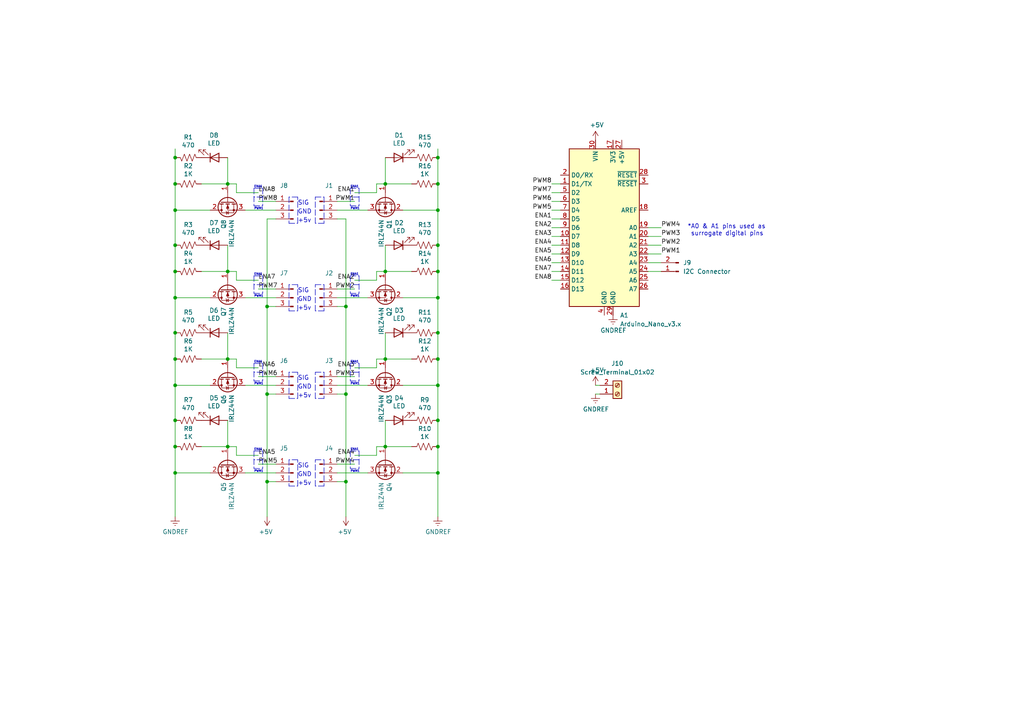
<source format=kicad_sch>
(kicad_sch (version 20211123) (generator eeschema)
  (paper "A4")
  (lib_symbols
    (symbol "Connector:Conn_01x02_Male" (pin_names (offset 1.016) hide)
      (property "Reference" "J" (at 0 2.54 0))
      (property "Value" "Conn_01x02_Male" (at 0 -5.08 0))
      (symbol "Conn_01x02_Male_1_1"
        (polyline (pts (xy 1.27 -2.54) (xy 0.8636 -2.54)) (stroke (width 0.1524)))
        (polyline (pts (xy 1.27 0) (xy 0.8636 0)) (stroke (width 0.1524)))
        (rectangle (start 0.8636 -2.413) (end 0 -2.667) (stroke (width 0.1524)) (fill (type outline)))
        (rectangle (start 0.8636 0.127) (end 0 -0.127) (stroke (width 0.1524)) (fill (type outline)))
        (pin passive line (at 5.08 0 180) (length 3.81) (name "Pin_1") (number "1"))
        (pin passive line (at 5.08 -2.54 180) (length 3.81) (name "Pin_2") (number "2"))
      )
    )
    (symbol "Connector:Conn_01x03_Male" (pin_names (offset 1.016) hide)
      (property "Reference" "J" (at 0 5.08 0))
      (property "Value" "Conn_01x03_Male" (at 0 -5.08 0))
      (symbol "Conn_01x03_Male_1_1"
        (polyline (pts (xy 1.27 -2.54) (xy 0.8636 -2.54)) (stroke (width 0.1524)))
        (polyline (pts (xy 1.27 0) (xy 0.8636 0)) (stroke (width 0.1524)))
        (polyline (pts (xy 1.27 2.54) (xy 0.8636 2.54)) (stroke (width 0.1524)))
        (rectangle (start 0.8636 -2.413) (end 0 -2.667) (stroke (width 0.1524)) (fill (type outline)))
        (rectangle (start 0.8636 0.127) (end 0 -0.127) (stroke (width 0.1524)) (fill (type outline)))
        (rectangle (start 0.8636 2.667) (end 0 2.413) (stroke (width 0.1524)) (fill (type outline)))
        (pin passive line (at 5.08 2.54 180) (length 3.81) (name "Pin_1") (number "1"))
        (pin passive line (at 5.08 0 180) (length 3.81) (name "Pin_2") (number "2"))
        (pin passive line (at 5.08 -2.54 180) (length 3.81) (name "Pin_3") (number "3"))
      )
    )
    (symbol "Connector:Screw_Terminal_01x02" (pin_names (offset 1.016) hide)
      (property "Reference" "J" (at 0 2.54 0))
      (property "Value" "Screw_Terminal_01x02" (at 0 -5.08 0))
      (symbol "Screw_Terminal_01x02_1_1"
        (rectangle (start -1.27 1.27) (end 1.27 -3.81) (stroke (width 0.254)) (fill (type background)))
        (circle (center 0 -2.54) (radius 0.635) (stroke (width 0.1524)))
        (polyline (pts (xy -0.5334 -2.2098) (xy 0.3302 -3.048)) (stroke (width 0.1524)))
        (polyline (pts (xy -0.5334 0.3302) (xy 0.3302 -0.508)) (stroke (width 0.1524)))
        (polyline (pts (xy -0.3556 -2.032) (xy 0.508 -2.8702)) (stroke (width 0.1524)))
        (polyline (pts (xy -0.3556 0.508) (xy 0.508 -0.3302)) (stroke (width 0.1524)))
        (circle (center 0 0) (radius 0.635) (stroke (width 0.1524)))
        (pin passive line (at -5.08 0 0) (length 3.81) (name "Pin_1") (number "1"))
        (pin passive line (at -5.08 -2.54 0) (length 3.81) (name "Pin_2") (number "2"))
      )
    )
    (symbol "Device:LED" (pin_numbers hide) (pin_names (offset 1.016) hide)
      (property "Reference" "D" (at 0 2.54 0))
      (property "Value" "LED" (at 0 -2.54 0))
      (symbol "LED_0_1"
        (polyline (pts (xy -1.27 -1.27) (xy -1.27 1.27)) (stroke (width 0.254)))
        (polyline (pts (xy -1.27 0) (xy 1.27 0)))
        (polyline (pts (xy 1.27 -1.27) (xy 1.27 1.27) (xy -1.27 0) (xy 1.27 -1.27)) (stroke (width 0.254)))
        (polyline (pts (xy -3.048 -0.762) (xy -4.572 -2.286) (xy -3.81 -2.286) (xy -4.572 -2.286) (xy -4.572 -1.524)))
        (polyline (pts (xy -1.778 -0.762) (xy -3.302 -2.286) (xy -2.54 -2.286) (xy -3.302 -2.286) (xy -3.302 -1.524)))
      )
      (symbol "LED_1_1"
        (pin passive line (at -3.81 0 0) (length 2.54) (name "K") (number "1"))
        (pin passive line (at 3.81 0 180) (length 2.54) (name "A") (number "2"))
      )
    )
    (symbol "Device:R_US" (pin_numbers hide) (pin_names (offset 0))
      (property "Reference" "R" (at 2.54 0 90))
      (property "Value" "R_US" (at -2.54 0 90))
      (symbol "R_US_0_1"
        (polyline (pts (xy 0 -2.286) (xy 0 -2.54)))
        (polyline (pts (xy 0 2.286) (xy 0 2.54)))
        (polyline (pts (xy 0 -0.762) (xy 1.016 -1.143) (xy 0 -1.524) (xy -1.016 -1.905) (xy 0 -2.286)))
        (polyline (pts (xy 0 0.762) (xy 1.016 0.381) (xy 0 0) (xy -1.016 -0.381) (xy 0 -0.762)))
        (polyline (pts (xy 0 2.286) (xy 1.016 1.905) (xy 0 1.524) (xy -1.016 1.143) (xy 0 0.762)))
      )
      (symbol "R_US_1_1"
        (pin passive line (at 0 3.81 270) (length 1.27) (name "~") (number "1"))
        (pin passive line (at 0 -3.81 90) (length 1.27) (name "~") (number "2"))
      )
    )
    (symbol "MCU_Module:Arduino_Nano_v3.x"
      (property "Reference" "A" (at -10.16 23.495 0))
      (property "Value" "Arduino_Nano_v3.x" (at 5.08 -24.13 0))
      (symbol "Arduino_Nano_v3.x_0_1"
        (rectangle (start -10.16 22.86) (end 10.16 -22.86) (stroke (width 0.254)) (fill (type background)))
      )
      (symbol "Arduino_Nano_v3.x_1_1"
        (pin bidirectional line (at -12.7 12.7 0) (length 2.54) (name "D1/TX") (number "1"))
        (pin bidirectional line (at -12.7 -2.54 0) (length 2.54) (name "D7") (number "10"))
        (pin bidirectional line (at -12.7 -5.08 0) (length 2.54) (name "D8") (number "11"))
        (pin bidirectional line (at -12.7 -7.62 0) (length 2.54) (name "D9") (number "12"))
        (pin bidirectional line (at -12.7 -10.16 0) (length 2.54) (name "D10") (number "13"))
        (pin bidirectional line (at -12.7 -12.7 0) (length 2.54) (name "D11") (number "14"))
        (pin bidirectional line (at -12.7 -15.24 0) (length 2.54) (name "D12") (number "15"))
        (pin bidirectional line (at -12.7 -17.78 0) (length 2.54) (name "D13") (number "16"))
        (pin power_out line (at 2.54 25.4 270) (length 2.54) (name "3V3") (number "17"))
        (pin input line (at 12.7 5.08 180) (length 2.54) (name "AREF") (number "18"))
        (pin bidirectional line (at 12.7 0 180) (length 2.54) (name "A0") (number "19"))
        (pin bidirectional line (at -12.7 15.24 0) (length 2.54) (name "D0/RX") (number "2"))
        (pin bidirectional line (at 12.7 -2.54 180) (length 2.54) (name "A1") (number "20"))
        (pin bidirectional line (at 12.7 -5.08 180) (length 2.54) (name "A2") (number "21"))
        (pin bidirectional line (at 12.7 -7.62 180) (length 2.54) (name "A3") (number "22"))
        (pin bidirectional line (at 12.7 -10.16 180) (length 2.54) (name "A4") (number "23"))
        (pin bidirectional line (at 12.7 -12.7 180) (length 2.54) (name "A5") (number "24"))
        (pin bidirectional line (at 12.7 -15.24 180) (length 2.54) (name "A6") (number "25"))
        (pin bidirectional line (at 12.7 -17.78 180) (length 2.54) (name "A7") (number "26"))
        (pin power_out line (at 5.08 25.4 270) (length 2.54) (name "+5V") (number "27"))
        (pin input line (at 12.7 15.24 180) (length 2.54) (name "~{RESET}") (number "28"))
        (pin power_in line (at 2.54 -25.4 90) (length 2.54) (name "GND") (number "29"))
        (pin input line (at 12.7 12.7 180) (length 2.54) (name "~{RESET}") (number "3"))
        (pin power_in line (at -2.54 25.4 270) (length 2.54) (name "VIN") (number "30"))
        (pin power_in line (at 0 -25.4 90) (length 2.54) (name "GND") (number "4"))
        (pin bidirectional line (at -12.7 10.16 0) (length 2.54) (name "D2") (number "5"))
        (pin bidirectional line (at -12.7 7.62 0) (length 2.54) (name "D3") (number "6"))
        (pin bidirectional line (at -12.7 5.08 0) (length 2.54) (name "D4") (number "7"))
        (pin bidirectional line (at -12.7 2.54 0) (length 2.54) (name "D5") (number "8"))
        (pin bidirectional line (at -12.7 0 0) (length 2.54) (name "D6") (number "9"))
      )
    )
    (symbol "Transistor_FET:IRLZ44N" (pin_names hide)
      (property "Reference" "Q" (at 6.35 1.905 0))
      (property "Value" "IRLZ44N" (at 6.35 0 0))
      (symbol "IRLZ44N_0_1"
        (polyline (pts (xy 0.254 0) (xy -2.54 0)))
        (polyline (pts (xy 0.254 1.905) (xy 0.254 -1.905)) (stroke (width 0.254)))
        (polyline (pts (xy 0.762 -1.27) (xy 0.762 -2.286)) (stroke (width 0.254)))
        (polyline (pts (xy 0.762 0.508) (xy 0.762 -0.508)) (stroke (width 0.254)))
        (polyline (pts (xy 0.762 2.286) (xy 0.762 1.27)) (stroke (width 0.254)))
        (polyline (pts (xy 2.54 2.54) (xy 2.54 1.778)))
        (polyline (pts (xy 2.54 -2.54) (xy 2.54 0) (xy 0.762 0)))
        (polyline (pts (xy 0.762 -1.778) (xy 3.302 -1.778) (xy 3.302 1.778) (xy 0.762 1.778)))
        (polyline (pts (xy 1.016 0) (xy 2.032 0.381) (xy 2.032 -0.381) (xy 1.016 0)) (fill (type outline)))
        (polyline (pts (xy 2.794 0.508) (xy 2.921 0.381) (xy 3.683 0.381) (xy 3.81 0.254)))
        (polyline (pts (xy 3.302 0.381) (xy 2.921 -0.254) (xy 3.683 -0.254) (xy 3.302 0.381)))
        (circle (center 1.651 0) (radius 2.794) (stroke (width 0.254)))
        (circle (center 2.54 -1.778) (radius 0.254) (fill (type outline)))
        (circle (center 2.54 1.778) (radius 0.254) (fill (type outline)))
      )
      (symbol "IRLZ44N_1_1"
        (pin input line (at -5.08 0 0) (length 2.54) (name "G") (number "1"))
        (pin passive line (at 2.54 5.08 270) (length 2.54) (name "D") (number "2"))
        (pin passive line (at 2.54 -5.08 90) (length 2.54) (name "S") (number "3"))
      )
    )
    (symbol "power:+5V" (power) (pin_names (offset 0))
      (property "Value" "+5V" (at 0 3.556 0))
      (symbol "+5V_0_1"
        (polyline (pts (xy -0.762 1.27) (xy 0 2.54)))
        (polyline (pts (xy 0 0) (xy 0 2.54)))
        (polyline (pts (xy 0 2.54) (xy 0.762 1.27)))
      )
      (symbol "+5V_1_1"
        (pin power_in line (at 0 0 90) (length 0) hide (name "+5V") (number "1"))
      )
    )
    (symbol "power:GNDREF" (power) (pin_names (offset 0))
      (property "Value" "GNDREF" (at 0 -3.81 0))
      (symbol "GNDREF_0_1"
        (polyline (pts (xy -0.635 -1.905) (xy 0.635 -1.905)))
        (polyline (pts (xy -0.127 -2.54) (xy 0.127 -2.54)))
        (polyline (pts (xy 0 -1.27) (xy 0 0)))
        (polyline (pts (xy 1.27 -1.27) (xy -1.27 -1.27)))
      )
      (symbol "GNDREF_1_1"
        (pin power_in line (at 0 0 270) (length 0) hide (name "GNDREF") (number "1"))
      )
    )
  )
  (junction (at 50.8 45.72))
  (junction (at 127 104.14))
  (junction (at 127 53.34))
  (junction (at 50.8 86.36))
  (junction (at 50.8 60.96))
  (junction (at 66.04 104.14))
  (junction (at 66.04 78.74))
  (junction (at 127 78.74))
  (junction (at 127 121.92))
  (junction (at 127 86.36))
  (junction (at 50.8 137.16))
  (junction (at 66.04 53.34))
  (junction (at 127 111.76))
  (junction (at 50.8 96.52))
  (junction (at 66.04 129.54))
  (junction (at 127 45.72))
  (junction (at 111.76 53.34))
  (junction (at 77.47 114.3))
  (junction (at 111.76 104.14))
  (junction (at 127 71.12))
  (junction (at 50.8 129.54))
  (junction (at 50.8 111.76))
  (junction (at 77.47 139.7))
  (junction (at 127 129.54))
  (junction (at 100.33 114.3))
  (junction (at 50.8 53.34))
  (junction (at 127 137.16))
  (junction (at 111.76 78.74))
  (junction (at 50.8 104.14))
  (junction (at 111.76 129.54))
  (junction (at 100.33 88.9))
  (junction (at 50.8 71.12))
  (junction (at 100.33 139.7))
  (junction (at 127 60.96))
  (junction (at 77.47 88.9))
  (junction (at 50.8 78.74))
  (junction (at 127 96.52))
  (junction (at 50.8 121.92))
  (wire (pts (xy 97.79 86.36) (xy 106.68 86.36)))
  (wire (pts (xy 100.33 63.5) (xy 100.33 88.9)))
  (polyline (pts (xy 104.14 82.55) (xy 101.6 82.55)))
  (wire (pts (xy 68.58 55.88) (xy 74.93 55.88)))
  (polyline (pts (xy 104.14 57.15) (xy 101.6 57.15)))
  (wire (pts (xy 80.01 109.22) (xy 74.93 109.22)))
  (wire (pts (xy 50.8 60.96) (xy 50.8 71.12)))
  (wire (pts (xy 160.02 78.74) (xy 162.56 78.74)))
  (wire (pts (xy 191.77 73.66) (xy 187.96 73.66)))
  (wire (pts (xy 119.38 53.34) (xy 111.76 53.34)))
  (wire (pts (xy 127 78.74) (xy 127 86.36)))
  (wire (pts (xy 102.87 55.88) (xy 109.22 55.88)))
  (polyline (pts (xy 91.44 82.55) (xy 93.98 82.55)))
  (wire (pts (xy 119.38 104.14) (xy 111.76 104.14)))
  (polyline (pts (xy 91.44 115.57) (xy 91.44 107.95)))
  (wire (pts (xy 80.01 88.9) (xy 77.47 88.9)))
  (wire (pts (xy 127 45.72) (xy 127 53.34)))
  (wire (pts (xy 97.79 83.82) (xy 102.87 83.82)))
  (wire (pts (xy 160.02 63.5) (xy 162.56 63.5)))
  (wire (pts (xy 50.8 86.36) (xy 50.8 96.52)))
  (polyline (pts (xy 104.14 105.41) (xy 104.14 110.49)))
  (wire (pts (xy 109.22 132.08) (xy 109.22 129.54)))
  (wire (pts (xy 50.8 111.76) (xy 50.8 121.92)))
  (polyline (pts (xy 104.14 133.35) (xy 101.6 133.35)))
  (wire (pts (xy 80.01 139.7) (xy 77.47 139.7)))
  (polyline (pts (xy 91.44 133.35) (xy 93.98 133.35)))
  (wire (pts (xy 172.72 111.76) (xy 173.99 111.76)))
  (wire (pts (xy 77.47 114.3) (xy 77.47 139.7)))
  (polyline (pts (xy 76.2 133.35) (xy 73.66 133.35)))
  (wire (pts (xy 60.96 111.76) (xy 50.8 111.76)))
  (polyline (pts (xy 73.66 54.61) (xy 73.66 59.69)))
  (wire (pts (xy 60.96 137.16) (xy 50.8 137.16)))
  (polyline (pts (xy 73.66 54.61) (xy 76.2 54.61)))
  (polyline (pts (xy 101.6 105.41) (xy 104.14 105.41)))
  (wire (pts (xy 191.77 78.74) (xy 187.96 78.74)))
  (polyline (pts (xy 93.98 64.77) (xy 91.44 64.77)))
  (wire (pts (xy 71.12 111.76) (xy 80.01 111.76)))
  (wire (pts (xy 160.02 81.28) (xy 162.56 81.28)))
  (polyline (pts (xy 101.6 130.81) (xy 101.6 135.89)))
  (wire (pts (xy 50.8 53.34) (xy 50.8 60.96)))
  (wire (pts (xy 102.87 106.68) (xy 109.22 106.68)))
  (wire (pts (xy 97.79 134.62) (xy 102.87 134.62)))
  (polyline (pts (xy 83.82 57.15) (xy 83.82 64.77)))
  (wire (pts (xy 58.42 53.34) (xy 66.04 53.34)))
  (polyline (pts (xy 86.36 64.77) (xy 86.36 57.15)))
  (polyline (pts (xy 101.6 85.09) (xy 104.14 85.09)))
  (polyline (pts (xy 101.6 59.69) (xy 104.14 59.69)))
  (wire (pts (xy 160.02 71.12) (xy 162.56 71.12)))
  (polyline (pts (xy 83.82 82.55) (xy 83.82 90.17)))
  (polyline (pts (xy 93.98 107.95) (xy 93.98 115.57)))
  (wire (pts (xy 116.84 86.36) (xy 127 86.36)))
  (polyline (pts (xy 101.6 80.01) (xy 104.14 80.01)))
  (wire (pts (xy 191.77 68.58) (xy 187.96 68.58)))
  (wire (pts (xy 97.79 139.7) (xy 100.33 139.7)))
  (wire (pts (xy 109.22 129.54) (xy 111.76 129.54)))
  (wire (pts (xy 116.84 137.16) (xy 127 137.16)))
  (wire (pts (xy 60.96 86.36) (xy 50.8 86.36)))
  (polyline (pts (xy 73.66 130.81) (xy 73.66 135.89)))
  (wire (pts (xy 77.47 63.5) (xy 77.47 88.9)))
  (polyline (pts (xy 101.6 80.01) (xy 101.6 85.09)))
  (polyline (pts (xy 73.66 110.49) (xy 76.2 110.49)))
  (wire (pts (xy 109.22 55.88) (xy 109.22 53.34)))
  (wire (pts (xy 80.01 58.42) (xy 74.93 58.42)))
  (polyline (pts (xy 101.6 105.41) (xy 101.6 110.49)))
  (wire (pts (xy 97.79 111.76) (xy 106.68 111.76)))
  (polyline (pts (xy 104.14 130.81) (xy 104.14 135.89)))
  (polyline (pts (xy 76.2 54.61) (xy 76.2 59.69)))
  (polyline (pts (xy 76.2 107.95) (xy 73.66 107.95)))
  (wire (pts (xy 160.02 68.58) (xy 162.56 68.58)))
  (wire (pts (xy 127 104.14) (xy 127 111.76)))
  (polyline (pts (xy 83.82 140.97) (xy 86.36 140.97)))
  (wire (pts (xy 100.33 114.3) (xy 100.33 139.7)))
  (polyline (pts (xy 73.66 85.09) (xy 76.2 85.09)))
  (polyline (pts (xy 101.6 135.89) (xy 104.14 135.89)))
  (wire (pts (xy 68.58 78.74) (xy 66.04 78.74)))
  (wire (pts (xy 68.58 104.14) (xy 66.04 104.14)))
  (wire (pts (xy 127 121.92) (xy 127 129.54)))
  (polyline (pts (xy 73.66 80.01) (xy 73.66 85.09)))
  (wire (pts (xy 68.58 129.54) (xy 66.04 129.54)))
  (polyline (pts (xy 76.2 130.81) (xy 76.2 135.89)))
  (wire (pts (xy 50.8 104.14) (xy 50.8 111.76)))
  (wire (pts (xy 66.04 53.34) (xy 66.04 45.72)))
  (wire (pts (xy 191.77 76.2) (xy 187.96 76.2)))
  (wire (pts (xy 74.93 106.68) (xy 68.58 106.68)))
  (wire (pts (xy 127 129.54) (xy 127 137.16)))
  (wire (pts (xy 71.12 137.16) (xy 80.01 137.16)))
  (wire (pts (xy 109.22 78.74) (xy 111.76 78.74)))
  (wire (pts (xy 111.76 53.34) (xy 111.76 45.72)))
  (polyline (pts (xy 101.6 54.61) (xy 104.14 54.61)))
  (wire (pts (xy 109.22 106.68) (xy 109.22 104.14)))
  (wire (pts (xy 97.79 114.3) (xy 100.33 114.3)))
  (wire (pts (xy 66.04 104.14) (xy 66.04 96.52)))
  (wire (pts (xy 50.8 71.12) (xy 50.8 78.74)))
  (wire (pts (xy 119.38 78.74) (xy 111.76 78.74)))
  (wire (pts (xy 160.02 60.96) (xy 162.56 60.96)))
  (polyline (pts (xy 73.66 59.69) (xy 76.2 59.69)))
  (wire (pts (xy 160.02 66.04) (xy 162.56 66.04)))
  (wire (pts (xy 80.01 134.62) (xy 74.93 134.62)))
  (wire (pts (xy 127 86.36) (xy 127 96.52)))
  (wire (pts (xy 68.58 106.68) (xy 68.58 104.14)))
  (polyline (pts (xy 86.36 115.57) (xy 86.36 107.95)))
  (polyline (pts (xy 76.2 82.55) (xy 73.66 82.55)))
  (polyline (pts (xy 91.44 64.77) (xy 91.44 57.15)))
  (polyline (pts (xy 86.36 82.55) (xy 83.82 82.55)))
  (wire (pts (xy 58.42 104.14) (xy 66.04 104.14)))
  (wire (pts (xy 119.38 129.54) (xy 111.76 129.54)))
  (wire (pts (xy 191.77 71.12) (xy 187.96 71.12)))
  (wire (pts (xy 160.02 55.88) (xy 162.56 55.88)))
  (wire (pts (xy 100.33 88.9) (xy 100.33 114.3)))
  (polyline (pts (xy 86.36 140.97) (xy 86.36 133.35)))
  (polyline (pts (xy 91.44 57.15) (xy 93.98 57.15)))
  (wire (pts (xy 116.84 111.76) (xy 127 111.76)))
  (wire (pts (xy 74.93 81.28) (xy 68.58 81.28)))
  (polyline (pts (xy 73.66 105.41) (xy 76.2 105.41)))
  (polyline (pts (xy 93.98 82.55) (xy 93.98 90.17)))
  (wire (pts (xy 127 53.34) (xy 127 60.96)))
  (polyline (pts (xy 91.44 107.95) (xy 93.98 107.95)))
  (wire (pts (xy 97.79 63.5) (xy 100.33 63.5)))
  (wire (pts (xy 66.04 129.54) (xy 66.04 121.92)))
  (wire (pts (xy 97.79 60.96) (xy 106.68 60.96)))
  (polyline (pts (xy 73.66 80.01) (xy 76.2 80.01)))
  (polyline (pts (xy 73.66 105.41) (xy 73.66 110.49)))
  (wire (pts (xy 111.76 78.74) (xy 111.76 71.12)))
  (polyline (pts (xy 93.98 57.15) (xy 93.98 64.77)))
  (polyline (pts (xy 101.6 130.81) (xy 104.14 130.81)))
  (wire (pts (xy 127 43.18) (xy 127 45.72)))
  (wire (pts (xy 97.79 88.9) (xy 100.33 88.9)))
  (polyline (pts (xy 73.66 130.81) (xy 76.2 130.81)))
  (wire (pts (xy 77.47 139.7) (xy 77.47 149.86)))
  (wire (pts (xy 160.02 76.2) (xy 162.56 76.2)))
  (wire (pts (xy 109.22 104.14) (xy 111.76 104.14)))
  (polyline (pts (xy 86.36 90.17) (xy 86.36 82.55)))
  (polyline (pts (xy 91.44 140.97) (xy 91.44 133.35)))
  (polyline (pts (xy 93.98 90.17) (xy 91.44 90.17)))
  (wire (pts (xy 97.79 58.42) (xy 102.87 58.42)))
  (polyline (pts (xy 83.82 64.77) (xy 86.36 64.77)))
  (wire (pts (xy 173.99 114.3) (xy 172.72 114.3)))
  (wire (pts (xy 111.76 104.14) (xy 111.76 96.52)))
  (wire (pts (xy 50.8 96.52) (xy 50.8 104.14)))
  (polyline (pts (xy 76.2 57.15) (xy 73.66 57.15)))
  (wire (pts (xy 77.47 88.9) (xy 77.47 114.3)))
  (wire (pts (xy 50.8 43.18) (xy 50.8 45.72)))
  (wire (pts (xy 109.22 53.34) (xy 111.76 53.34)))
  (wire (pts (xy 80.01 83.82) (xy 74.93 83.82)))
  (wire (pts (xy 68.58 55.88) (xy 68.58 53.34)))
  (wire (pts (xy 68.58 81.28) (xy 68.58 78.74)))
  (wire (pts (xy 116.84 60.96) (xy 127 60.96)))
  (wire (pts (xy 50.8 45.72) (xy 50.8 53.34)))
  (wire (pts (xy 160.02 53.34) (xy 162.56 53.34)))
  (polyline (pts (xy 73.66 135.89) (xy 76.2 135.89)))
  (wire (pts (xy 160.02 73.66) (xy 162.56 73.66)))
  (polyline (pts (xy 93.98 140.97) (xy 91.44 140.97)))
  (wire (pts (xy 97.79 109.22) (xy 102.87 109.22)))
  (polyline (pts (xy 91.44 90.17) (xy 91.44 82.55)))
  (wire (pts (xy 111.76 129.54) (xy 111.76 121.92)))
  (polyline (pts (xy 76.2 105.41) (xy 76.2 110.49)))
  (wire (pts (xy 109.22 81.28) (xy 109.22 78.74)))
  (wire (pts (xy 58.42 78.74) (xy 66.04 78.74)))
  (wire (pts (xy 97.79 137.16) (xy 106.68 137.16)))
  (polyline (pts (xy 104.14 54.61) (xy 104.14 59.69)))
  (polyline (pts (xy 86.36 57.15) (xy 83.82 57.15)))
  (polyline (pts (xy 86.36 133.35) (xy 83.82 133.35)))
  (wire (pts (xy 58.42 129.54) (xy 66.04 129.54)))
  (polyline (pts (xy 83.82 133.35) (xy 83.82 140.97)))
  (polyline (pts (xy 104.14 107.95) (xy 101.6 107.95)))
  (wire (pts (xy 50.8 121.92) (xy 50.8 129.54)))
  (wire (pts (xy 50.8 78.74) (xy 50.8 86.36)))
  (polyline (pts (xy 76.2 80.01) (xy 76.2 85.09)))
  (wire (pts (xy 102.87 81.28) (xy 109.22 81.28)))
  (wire (pts (xy 191.77 66.04) (xy 187.96 66.04)))
  (wire (pts (xy 71.12 60.96) (xy 80.01 60.96)))
  (wire (pts (xy 50.8 149.86) (xy 50.8 137.16)))
  (wire (pts (xy 66.04 78.74) (xy 66.04 71.12)))
  (wire (pts (xy 60.96 60.96) (xy 50.8 60.96)))
  (wire (pts (xy 102.87 132.08) (xy 109.22 132.08)))
  (wire (pts (xy 50.8 129.54) (xy 50.8 137.16)))
  (wire (pts (xy 71.12 86.36) (xy 80.01 86.36)))
  (wire (pts (xy 74.93 132.08) (xy 68.58 132.08)))
  (wire (pts (xy 127 60.96) (xy 127 71.12)))
  (wire (pts (xy 127 111.76) (xy 127 121.92)))
  (wire (pts (xy 127 71.12) (xy 127 78.74)))
  (polyline (pts (xy 83.82 90.17) (xy 86.36 90.17)))
  (wire (pts (xy 68.58 53.34) (xy 66.04 53.34)))
  (polyline (pts (xy 93.98 115.57) (xy 91.44 115.57)))
  (wire (pts (xy 68.58 132.08) (xy 68.58 129.54)))
  (polyline (pts (xy 104.14 80.01) (xy 104.14 85.09)))
  (wire (pts (xy 80.01 63.5) (xy 77.47 63.5)))
  (polyline (pts (xy 101.6 110.49) (xy 104.14 110.49)))
  (polyline (pts (xy 83.82 107.95) (xy 83.82 115.57)))
  (polyline (pts (xy 101.6 54.61) (xy 101.6 59.69)))
  (wire (pts (xy 80.01 114.3) (xy 77.47 114.3)))
  (wire (pts (xy 127 96.52) (xy 127 104.14)))
  (wire (pts (xy 127 137.16) (xy 127 149.86)))
  (wire (pts (xy 100.33 139.7) (xy 100.33 149.86)))
  (polyline (pts (xy 86.36 107.95) (xy 83.82 107.95)))
  (polyline (pts (xy 93.98 133.35) (xy 93.98 140.97)))
  (wire (pts (xy 160.02 58.42) (xy 162.56 58.42)))
  (polyline (pts (xy 83.82 115.57) (xy 86.36 115.57)))
  (text "PWM1" (at 101.6 60.96 0) (effects (font (size 0.6096 0.6096)) (justify left bottom)))
  (text "SIG" (at 86.36 135.89 0) (effects (font (size 1.27 1.27)) (justify left bottom)))
  (text "ENA1\n" (at 73.66 105.41 0) (effects (font (size 0.6096 0.6096)) (justify left bottom)))
  (text "ENA1\n" (at 101.6 54.61 0) (effects (font (size 0.6096 0.6096)) (justify left bottom)))
  (text "SIG" (at 86.36 110.49 0) (effects (font (size 1.27 1.27)) (justify left bottom)))
  (text "PWM1" (at 101.6 137.16 0) (effects (font (size 0.6096 0.6096)) (justify left bottom)))
  (text "PWM1" (at 101.6 111.76 0) (effects (font (size 0.6096 0.6096)) (justify left bottom)))
  (text "ENA1\n" (at 101.6 105.41 0) (effects (font (size 0.6096 0.6096)) (justify left bottom)))
  (text "+5v" (at 86.36 115.57 0) (effects (font (size 1.27 1.27)) (justify left bottom)))
  (text "*A0 & A1 pins used as \n surrogate digital pins" (at 199.39 68.58 0) (effects (font (size 1.27 1.27)) (justify left bottom)))
  (text "PWM1" (at 73.66 60.96 0) (effects (font (size 0.6096 0.6096)) (justify left bottom)))
  (text "+5v" (at 86.36 140.97 0) (effects (font (size 1.27 1.27)) (justify left bottom)))
  (text "+5v" (at 86.36 90.17 0) (effects (font (size 1.27 1.27)) (justify left bottom)))
  (text "PWM1" (at 73.66 86.36 0) (effects (font (size 0.6096 0.6096)) (justify left bottom)))
  (text "GND" (at 86.36 138.43 0) (effects (font (size 1.27 1.27)) (justify left bottom)))
  (text "ENA1\n" (at 73.66 54.61 0) (effects (font (size 0.6096 0.6096)) (justify left bottom)))
  (text "SIG" (at 86.36 59.69 0) (effects (font (size 1.27 1.27)) (justify left bottom)))
  (text "PWM1" (at 73.66 137.16 0) (effects (font (size 0.6096 0.6096)) (justify left bottom)))
  (text "GND" (at 86.36 113.03 0) (effects (font (size 1.27 1.27)) (justify left bottom)))
  (text "PWM1" (at 101.6 86.36 0) (effects (font (size 0.6096 0.6096)) (justify left bottom)))
  (text "PWM1" (at 73.66 111.76 0) (effects (font (size 0.6096 0.6096)) (justify left bottom)))
  (text "+5v" (at 86.36 64.77 0) (effects (font (size 1.27 1.27)) (justify left bottom)))
  (text "ENA1\n" (at 101.6 130.81 0) (effects (font (size 0.6096 0.6096)) (justify left bottom)))
  (text "GND" (at 86.36 87.63 0) (effects (font (size 1.27 1.27)) (justify left bottom)))
  (text "ENA1\n" (at 101.6 80.01 0) (effects (font (size 0.6096 0.6096)) (justify left bottom)))
  (text "GND" (at 86.36 62.23 0) (effects (font (size 1.27 1.27)) (justify left bottom)))
  (text "ENA1\n" (at 73.66 80.01 0) (effects (font (size 0.6096 0.6096)) (justify left bottom)))
  (text "SIG" (at 86.36 85.09 0) (effects (font (size 1.27 1.27)) (justify left bottom)))
  (text "ENA1\n" (at 73.66 130.81 0) (effects (font (size 0.6096 0.6096)) (justify left bottom)))
  (label "PWM5" (at 160.02 60.96 180))
  (label "PWM3" (at 102.87 109.22 180))
  (label "ENA4" (at 102.87 132.08 180))
  (label "ENA2" (at 160.02 66.04 180))
  (label "ENA3" (at 102.87 106.68 180))
  (label "PWM3" (at 191.77 68.58 0))
  (label "PWM8" (at 74.93 58.42 0))
  (label "ENA3" (at 160.02 68.58 180))
  (label "ENA1" (at 160.02 63.5 180))
  (label "PWM4" (at 102.87 134.62 180))
  (label "PWM7" (at 74.93 83.82 0))
  (label "ENA8" (at 160.02 81.28 180))
  (label "ENA4" (at 160.02 71.12 180))
  (label "PWM1" (at 102.87 58.42 180))
  (label "ENA5" (at 160.02 73.66 180))
  (label "ENA6" (at 160.02 76.2 180))
  (label "PWM5" (at 74.93 134.62 0))
  (label "PWM4" (at 191.77 66.04 0))
  (label "PWM1" (at 191.77 73.66 0))
  (label "PWM6" (at 160.02 58.42 180))
  (label "PWM6" (at 74.93 109.22 0))
  (label "ENA5" (at 74.93 132.08 0))
  (label "PWM2" (at 191.77 71.12 0))
  (label "ENA1" (at 102.87 55.88 180))
  (label "ENA6" (at 74.93 106.68 0))
  (label "ENA7" (at 160.02 78.74 180))
  (label "PWM2" (at 102.87 83.82 180))
  (label "PWM7" (at 160.02 55.88 180))
  (label "ENA2" (at 102.87 81.28 180))
  (label "PWM8" (at 160.02 53.34 180))
  (label "ENA8" (at 74.93 55.88 0))
  (label "ENA7" (at 74.93 81.28 0))
  (symbol (lib_id "Transistor_FET:IRLZ44N") (at 111.76 58.42 270) (unit 1)
    (property "Reference" "Q1" (at 112.9284 63.6524 0) (effects (justify left)))
    (property "Value" "IRLZ44N" (at 110.617 63.6524 0) (effects (justify left)))
    (property "Footprint" "Package_TO_SOT_THT:TO-218-3_Vertical" (effects hide))
    (property "Datasheet" "http://www.irf.com/product-info/datasheets/data/irlz44n.pdf" (effects hide))
  )
  (symbol (lib_id "Device:R_US") (at 123.19 53.34 270) (unit 1)
    (property "Reference" "R16" (at 123.19 48.133 90))
    (property "Value" "1K" (at 123.19 50.4444 90))
    (property "Footprint" "Resistor_THT:R_Axial_DIN0204_L3.6mm_D1.6mm_P2.54mm_Vertical" (effects hide))
  )
  (symbol (lib_id "Device:LED") (at 115.57 45.72 180) (unit 1)
    (property "Reference" "D1" (at 115.7478 39.243 0))
    (property "Value" "LED" (at 115.7478 41.5544 0))
    (property "Footprint" "LED_THT:LED_D3.0mm" (effects hide))
  )
  (symbol (lib_id "Device:R_US") (at 123.19 45.72 270) (unit 1)
    (property "Reference" "R15" (at 123.19 40.513 90) (effects (justify bottom)))
    (property "Value" "470" (at 123.19 42.8244 90) (effects (justify bottom)))
    (property "Footprint" "Resistor_THT:R_Axial_DIN0204_L3.6mm_D1.6mm_P2.54mm_Vertical" (effects hide))
  )
  (symbol (lib_id "Transistor_FET:IRLZ44N") (at 66.04 58.42 90) (mirror x) (unit 1)
    (property "Reference" "Q8" (at 64.8716 63.6524 0) (effects (justify left)))
    (property "Value" "IRLZ44N" (at 67.183 63.6524 0) (effects (justify left)))
    (property "Footprint" "Package_TO_SOT_THT:TO-218-3_Vertical" (effects hide))
    (property "Datasheet" "http://www.irf.com/product-info/datasheets/data/irlz44n.pdf" (effects hide))
  )
  (symbol (lib_id "Device:R_US") (at 54.61 53.34 90) (mirror x) (unit 1)
    (property "Reference" "R2" (at 54.61 48.133 90))
    (property "Value" "1K" (at 54.61 50.4444 90))
    (property "Footprint" "Resistor_THT:R_Axial_DIN0204_L3.6mm_D1.6mm_P2.54mm_Vertical" (effects hide))
  )
  (symbol (lib_id "Device:LED") (at 62.23 45.72 0) (mirror x) (unit 1)
    (property "Reference" "D8" (at 62.0522 39.243 0))
    (property "Value" "LED" (at 62.0522 41.5544 0))
    (property "Footprint" "LED_THT:LED_D3.0mm" (effects hide))
  )
  (symbol (lib_id "Device:R_US") (at 54.61 45.72 90) (mirror x) (unit 1)
    (property "Reference" "R1" (at 54.61 40.513 90) (effects (justify bottom)))
    (property "Value" "470" (at 54.61 42.8244 90) (effects (justify bottom)))
    (property "Footprint" "Resistor_THT:R_Axial_DIN0204_L3.6mm_D1.6mm_P2.54mm_Vertical" (effects hide))
  )
  (symbol (lib_id "Connector:Conn_01x03_Male") (at 92.71 60.96 0) (unit 1)
    (property "Reference" "J1" (at 95.4532 53.8226 0))
    (property "Value" "Conn_01x03_Male" (effects hide))
    (property "Footprint" "Connector_PinHeader_2.54mm:PinHeader_1x03_P2.54mm_Vertical" (effects hide))
  )
  (symbol (lib_id "Transistor_FET:IRLZ44N") (at 111.76 83.82 270) (unit 1)
    (property "Reference" "Q2" (at 112.9284 89.0524 0) (effects (justify left)))
    (property "Value" "IRLZ44N" (at 110.617 89.0524 0) (effects (justify left)))
    (property "Footprint" "Package_TO_SOT_THT:TO-218-3_Vertical" (effects hide))
    (property "Datasheet" "http://www.irf.com/product-info/datasheets/data/irlz44n.pdf" (effects hide))
  )
  (symbol (lib_id "Device:R_US") (at 123.19 78.74 270) (unit 1)
    (property "Reference" "R14" (at 123.19 73.533 90))
    (property "Value" "1K" (at 123.19 75.8444 90))
    (property "Footprint" "Resistor_THT:R_Axial_DIN0204_L3.6mm_D1.6mm_P2.54mm_Vertical" (effects hide))
  )
  (symbol (lib_id "Device:LED") (at 115.57 71.12 180) (unit 1)
    (property "Reference" "D2" (at 115.7478 64.643 0))
    (property "Value" "LED" (at 115.7478 66.9544 0))
    (property "Footprint" "LED_THT:LED_D3.0mm" (effects hide))
  )
  (symbol (lib_id "Device:R_US") (at 123.19 71.12 270) (unit 1)
    (property "Reference" "R13" (at 123.19 65.913 90) (effects (justify bottom)))
    (property "Value" "470" (at 123.19 68.2244 90) (effects (justify bottom)))
    (property "Footprint" "Resistor_THT:R_Axial_DIN0204_L3.6mm_D1.6mm_P2.54mm_Vertical" (effects hide))
  )
  (symbol (lib_id "Transistor_FET:IRLZ44N") (at 66.04 83.82 90) (mirror x) (unit 1)
    (property "Reference" "Q7" (at 64.8716 89.0524 0) (effects (justify left)))
    (property "Value" "IRLZ44N" (at 67.183 89.0524 0) (effects (justify left)))
    (property "Footprint" "Package_TO_SOT_THT:TO-218-3_Vertical" (effects hide))
    (property "Datasheet" "http://www.irf.com/product-info/datasheets/data/irlz44n.pdf" (effects hide))
  )
  (symbol (lib_id "Device:R_US") (at 54.61 78.74 90) (mirror x) (unit 1)
    (property "Reference" "R4" (at 54.61 73.533 90))
    (property "Value" "1K" (at 54.61 75.8444 90))
    (property "Footprint" "Resistor_THT:R_Axial_DIN0204_L3.6mm_D1.6mm_P2.54mm_Vertical" (effects hide))
  )
  (symbol (lib_id "Device:LED") (at 62.23 71.12 0) (mirror x) (unit 1)
    (property "Reference" "D7" (at 62.0522 64.643 0))
    (property "Value" "LED" (at 62.0522 66.9544 0))
    (property "Footprint" "LED_THT:LED_D3.0mm" (effects hide))
  )
  (symbol (lib_id "Device:R_US") (at 54.61 71.12 90) (mirror x) (unit 1)
    (property "Reference" "R3" (at 54.61 65.913 90) (effects (justify bottom)))
    (property "Value" "470" (at 54.61 68.2244 90) (effects (justify bottom)))
    (property "Footprint" "Resistor_THT:R_Axial_DIN0204_L3.6mm_D1.6mm_P2.54mm_Vertical" (effects hide))
  )
  (symbol (lib_id "Connector:Conn_01x03_Male") (at 92.71 86.36 0) (unit 1)
    (property "Reference" "J2" (at 95.4532 79.2226 0))
    (property "Value" "Conn_01x03_Male" (effects hide))
    (property "Footprint" "Connector_PinHeader_2.54mm:PinHeader_1x03_P2.54mm_Vertical" (effects hide))
  )
  (symbol (lib_id "Connector:Conn_01x03_Male") (at 92.71 111.76 0) (unit 1)
    (property "Reference" "J3" (at 95.4532 104.6226 0))
    (property "Value" "Conn_01x03_Male" (effects hide))
    (property "Footprint" "Connector_PinHeader_2.54mm:PinHeader_1x03_P2.54mm_Vertical" (effects hide))
  )
  (symbol (lib_id "Transistor_FET:IRLZ44N") (at 111.76 109.22 270) (unit 1)
    (property "Reference" "Q3" (at 112.9284 114.4524 0) (effects (justify left)))
    (property "Value" "IRLZ44N" (at 110.617 114.4524 0) (effects (justify left)))
    (property "Footprint" "Package_TO_SOT_THT:TO-218-3_Vertical" (effects hide))
    (property "Datasheet" "http://www.irf.com/product-info/datasheets/data/irlz44n.pdf" (effects hide))
  )
  (symbol (lib_id "Device:R_US") (at 123.19 104.14 270) (unit 1)
    (property "Reference" "R12" (at 123.19 98.933 90))
    (property "Value" "1K" (at 123.19 101.2444 90))
    (property "Footprint" "Resistor_THT:R_Axial_DIN0204_L3.6mm_D1.6mm_P2.54mm_Vertical" (effects hide))
  )
  (symbol (lib_id "Device:LED") (at 115.57 96.52 180) (unit 1)
    (property "Reference" "D3" (at 115.7478 90.043 0))
    (property "Value" "LED" (at 115.7478 92.3544 0))
    (property "Footprint" "LED_THT:LED_D3.0mm" (effects hide))
  )
  (symbol (lib_id "Device:R_US") (at 123.19 96.52 270) (unit 1)
    (property "Reference" "R11" (at 123.19 91.313 90) (effects (justify bottom)))
    (property "Value" "470" (at 123.19 93.6244 90) (effects (justify bottom)))
    (property "Footprint" "Resistor_THT:R_Axial_DIN0204_L3.6mm_D1.6mm_P2.54mm_Vertical" (effects hide))
  )
  (symbol (lib_id "Transistor_FET:IRLZ44N") (at 66.04 109.22 90) (mirror x) (unit 1)
    (property "Reference" "Q6" (at 64.8716 114.4524 0) (effects (justify left)))
    (property "Value" "IRLZ44N" (at 67.183 114.4524 0) (effects (justify left)))
    (property "Footprint" "Package_TO_SOT_THT:TO-218-3_Vertical" (effects hide))
    (property "Datasheet" "http://www.irf.com/product-info/datasheets/data/irlz44n.pdf" (effects hide))
  )
  (symbol (lib_id "Device:R_US") (at 54.61 104.14 90) (mirror x) (unit 1)
    (property "Reference" "R6" (at 54.61 98.933 90))
    (property "Value" "1K" (at 54.61 101.2444 90))
    (property "Footprint" "Resistor_THT:R_Axial_DIN0204_L3.6mm_D1.6mm_P2.54mm_Vertical" (effects hide))
  )
  (symbol (lib_id "Device:LED") (at 62.23 96.52 0) (mirror x) (unit 1)
    (property "Reference" "D6" (at 62.0522 90.043 0))
    (property "Value" "LED" (at 62.0522 92.3544 0))
    (property "Footprint" "LED_THT:LED_D3.0mm" (effects hide))
  )
  (symbol (lib_id "Device:R_US") (at 54.61 96.52 90) (mirror x) (unit 1)
    (property "Reference" "R5" (at 54.61 91.313 90) (effects (justify bottom)))
    (property "Value" "470" (at 54.61 93.6244 90) (effects (justify bottom)))
    (property "Footprint" "Resistor_THT:R_Axial_DIN0204_L3.6mm_D1.6mm_P2.54mm_Vertical" (effects hide))
  )
  (symbol (lib_id "Transistor_FET:IRLZ44N") (at 111.76 134.62 270) (unit 1)
    (property "Reference" "Q4" (at 112.9284 139.8524 0) (effects (justify left)))
    (property "Value" "IRLZ44N" (at 110.617 139.8524 0) (effects (justify left)))
    (property "Footprint" "Package_TO_SOT_THT:TO-218-3_Vertical" (effects hide))
    (property "Datasheet" "http://www.irf.com/product-info/datasheets/data/irlz44n.pdf" (effects hide))
  )
  (symbol (lib_id "Device:R_US") (at 123.19 129.54 270) (unit 1)
    (property "Reference" "R10" (at 123.19 124.333 90))
    (property "Value" "1K" (at 123.19 126.6444 90))
    (property "Footprint" "Resistor_THT:R_Axial_DIN0204_L3.6mm_D1.6mm_P2.54mm_Vertical" (effects hide))
  )
  (symbol (lib_id "Device:LED") (at 115.57 121.92 180) (unit 1)
    (property "Reference" "D4" (at 115.7478 115.443 0))
    (property "Value" "LED" (at 115.7478 117.7544 0))
    (property "Footprint" "LED_THT:LED_D3.0mm" (effects hide))
  )
  (symbol (lib_id "Device:R_US") (at 123.19 121.92 270) (unit 1)
    (property "Reference" "R9" (at 123.19 116.713 90) (effects (justify bottom)))
    (property "Value" "470" (at 123.19 119.0244 90) (effects (justify bottom)))
    (property "Footprint" "Resistor_THT:R_Axial_DIN0204_L3.6mm_D1.6mm_P2.54mm_Vertical" (effects hide))
  )
  (symbol (lib_id "Transistor_FET:IRLZ44N") (at 66.04 134.62 90) (mirror x) (unit 1)
    (property "Reference" "Q5" (at 64.8716 139.8524 0) (effects (justify left)))
    (property "Value" "IRLZ44N" (at 67.183 139.8524 0) (effects (justify left)))
    (property "Footprint" "Package_TO_SOT_THT:TO-218-3_Vertical" (effects hide))
    (property "Datasheet" "http://www.irf.com/product-info/datasheets/data/irlz44n.pdf" (effects hide))
  )
  (symbol (lib_id "Device:R_US") (at 54.61 129.54 90) (mirror x) (unit 1)
    (property "Reference" "R8" (at 54.61 124.333 90))
    (property "Value" "1K" (at 54.61 126.6444 90))
    (property "Footprint" "Resistor_THT:R_Axial_DIN0204_L3.6mm_D1.6mm_P2.54mm_Vertical" (effects hide))
  )
  (symbol (lib_id "Device:LED") (at 62.23 121.92 0) (mirror x) (unit 1)
    (property "Reference" "D5" (at 62.0522 115.443 0))
    (property "Value" "LED" (at 62.0522 117.7544 0))
    (property "Footprint" "LED_THT:LED_D3.0mm" (effects hide))
  )
  (symbol (lib_id "Device:R_US") (at 54.61 121.92 90) (mirror x) (unit 1)
    (property "Reference" "R7" (at 54.61 116.713 90) (effects (justify bottom)))
    (property "Value" "470" (at 54.61 119.0244 90) (effects (justify bottom)))
    (property "Footprint" "Resistor_THT:R_Axial_DIN0204_L3.6mm_D1.6mm_P2.54mm_Vertical" (effects hide))
  )
  (symbol (lib_id "Connector:Conn_01x03_Male") (at 92.71 137.16 0) (unit 1)
    (property "Reference" "J4" (at 95.4532 130.0226 0))
    (property "Value" "Conn_01x03_Male" (effects hide))
    (property "Footprint" "Connector_PinHeader_2.54mm:PinHeader_1x03_P2.54mm_Vertical" (effects hide))
  )
  (symbol (lib_id "Connector:Conn_01x03_Male") (at 85.09 137.16 0) (mirror y) (unit 1)
    (property "Reference" "J5" (at 82.3468 130.0226 0))
    (property "Value" "Conn_01x03_Male" (effects hide))
    (property "Footprint" "Connector_PinHeader_2.54mm:PinHeader_1x03_P2.54mm_Vertical" (effects hide))
  )
  (symbol (lib_id "Connector:Conn_01x03_Male") (at 85.09 111.76 0) (mirror y) (unit 1)
    (property "Reference" "J6" (at 82.3468 104.6226 0))
    (property "Value" "Conn_01x03_Male" (effects hide))
    (property "Footprint" "Connector_PinHeader_2.54mm:PinHeader_1x03_P2.54mm_Vertical" (effects hide))
  )
  (symbol (lib_id "Connector:Conn_01x03_Male") (at 85.09 86.36 0) (mirror y) (unit 1)
    (property "Reference" "J7" (at 82.3468 79.2226 0))
    (property "Value" "Conn_01x03_Male" (effects hide))
    (property "Footprint" "Connector_PinHeader_2.54mm:PinHeader_1x03_P2.54mm_Vertical" (effects hide))
  )
  (symbol (lib_id "Connector:Conn_01x03_Male") (at 85.09 60.96 0) (mirror y) (unit 1)
    (property "Reference" "J8" (at 82.3468 53.8226 0))
    (property "Value" "Conn_01x03_Male" (effects hide))
    (property "Footprint" "Connector_PinHeader_2.54mm:PinHeader_1x03_P2.54mm_Vertical" (effects hide))
  )
  (symbol (lib_id "power:GNDREF") (at 127 149.86 0) (unit 1)
    (property "Reference" "#PWR04" (effects hide))
    (property "Value" "GNDREF" (at 127.127 154.2542 0))
  )
  (symbol (lib_id "power:GNDREF") (at 50.8 149.86 0) (unit 1)
    (property "Reference" "#PWR01" (effects hide))
    (property "Value" "GNDREF" (at 50.927 154.2542 0))
  )
  (symbol (lib_id "power:+5V") (at 100.33 149.86 180) (unit 1)
    (property "Reference" "#PWR03" (effects hide))
    (property "Value" "+5V" (at 99.949 154.2542 0))
  )
  (symbol (lib_id "power:+5V") (at 77.47 149.86 180) (unit 1)
    (property "Reference" "#PWR02" (effects hide))
    (property "Value" "+5V" (at 77.089 154.2542 0))
  )
  (symbol (lib_id "power:+5V") (at 172.72 40.64 0) (unit 1)
    (property "Reference" "#PWR05" (effects hide))
    (property "Value" "+5V" (at 173.101 36.2458 0))
  )
  (symbol (lib_id "power:GNDREF") (at 172.72 114.3 0) (unit 1)
    (property "Reference" "#PWR0101" (effects hide))
    (property "Value" "GNDREF" (at 172.847 118.6942 0))
  )
  (symbol (lib_id "Connector:Conn_01x02_Male") (at 196.85 78.74 180) (unit 1)
    (property "Reference" "J9" (at 198.12 76.1999 0) (effects (justify right)))
    (property "Value" "I2C Connector" (at 198.12 78.7399 0) (effects (justify right)))
    (property "Footprint" "Connector_PinHeader_2.54mm:PinHeader_1x02_P2.54mm_Vertical" (effects hide))
  )
  (symbol (lib_id "power:GNDREF") (at 177.8 91.44 0) (unit 1)
    (property "Reference" "#PWR06" (effects hide))
    (property "Value" "GNDREF" (at 177.927 95.8342 0))
  )
  (symbol (lib_id "MCU_Module:Arduino_Nano_v3.x") (at 175.26 66.04 0) (unit 1)
    (property "Reference" "A1" (at 179.8194 91.44 0) (effects (justify left)))
    (property "Value" "Arduino_Nano_v3.x" (at 179.8194 93.98 0) (effects (justify left)))
    (property "Footprint" "Module:Arduino_Nano" (effects hide))
    (property "Datasheet" "http://www.mouser.com/pdfdocs/Gravitech_Arduino_Nano3_0.pdf" (effects hide))
  )
  (symbol (lib_id "Connector:Screw_Terminal_01x02") (at 179.07 114.3 0) (mirror x) (unit 1)
    (property "Reference" "J10" (at 179.07 105.41 0))
    (property "Value" "Screw_Terminal_01x02" (at 179.07 107.95 0))
    (property "Footprint" "TerminalBlock:TerminalBlock_Altech_AK300-2_P5.00mm" (effects hide))
  )
  (symbol (lib_id "power:+5V") (at 172.72 111.76 0) (unit 1)
    (property "Reference" "#PWR0102" (effects hide))
    (property "Value" "+5V" (at 173.101 107.3658 0))
  )
)
</source>
